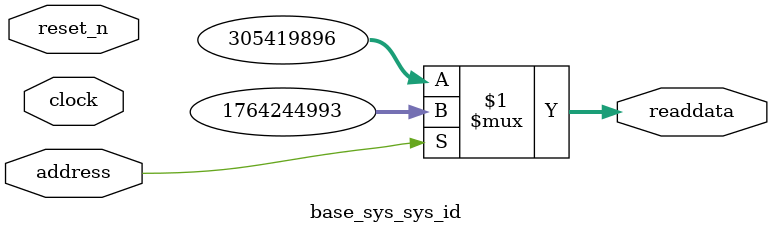
<source format=v>



// synthesis translate_off
`timescale 1ns / 1ps
// synthesis translate_on

// turn off superfluous verilog processor warnings 
// altera message_level Level1 
// altera message_off 10034 10035 10036 10037 10230 10240 10030 

module base_sys_sys_id (
               // inputs:
                address,
                clock,
                reset_n,

               // outputs:
                readdata
             )
;

  output  [ 31: 0] readdata;
  input            address;
  input            clock;
  input            reset_n;

  wire    [ 31: 0] readdata;
  //control_slave, which is an e_avalon_slave
  assign readdata = address ? 1764244993 : 305419896;

endmodule



</source>
